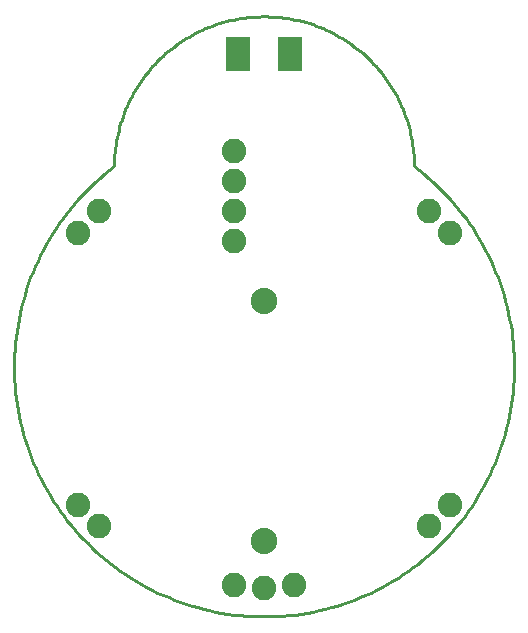
<source format=gbs>
G75*
%MOIN*%
%OFA0B0*%
%FSLAX25Y25*%
%IPPOS*%
%LPD*%
%AMOC8*
5,1,8,0,0,1.08239X$1,22.5*
%
%ADD10C,0.01000*%
%ADD11C,0.08800*%
%ADD12C,0.08200*%
%ADD13R,0.07887X0.11430*%
D10*
X0046800Y0151499D02*
X0045183Y0150255D01*
X0043596Y0148971D01*
X0042041Y0147649D01*
X0040519Y0146289D01*
X0039031Y0144893D01*
X0037578Y0143460D01*
X0036160Y0141992D01*
X0034778Y0140490D01*
X0033434Y0138955D01*
X0032128Y0137387D01*
X0030860Y0135787D01*
X0029632Y0134157D01*
X0028444Y0132497D01*
X0027298Y0130809D01*
X0026193Y0129093D01*
X0025130Y0127351D01*
X0024110Y0125583D01*
X0023134Y0123791D01*
X0022202Y0121975D01*
X0021315Y0120137D01*
X0020473Y0118278D01*
X0019677Y0116399D01*
X0018927Y0114501D01*
X0018224Y0112585D01*
X0017568Y0110652D01*
X0016959Y0108704D01*
X0016399Y0106742D01*
X0015886Y0104766D01*
X0015422Y0102779D01*
X0015007Y0100781D01*
X0014641Y0098773D01*
X0014324Y0096757D01*
X0014057Y0094734D01*
X0013840Y0092704D01*
X0013672Y0090670D01*
X0013554Y0088633D01*
X0013486Y0086593D01*
X0013467Y0084552D01*
X0013499Y0082512D01*
X0013581Y0080473D01*
X0013713Y0078436D01*
X0013894Y0076403D01*
X0014126Y0074376D01*
X0014407Y0072354D01*
X0014737Y0070340D01*
X0015116Y0068335D01*
X0015545Y0066339D01*
X0016022Y0064355D01*
X0016548Y0062383D01*
X0017122Y0060425D01*
X0017743Y0058481D01*
X0018412Y0056553D01*
X0019128Y0054642D01*
X0019891Y0052749D01*
X0020700Y0050875D01*
X0021554Y0049021D01*
X0022454Y0047189D01*
X0023398Y0045380D01*
X0024386Y0043594D01*
X0025418Y0041833D01*
X0026492Y0040098D01*
X0027609Y0038390D01*
X0028767Y0036710D01*
X0029966Y0035058D01*
X0031205Y0033436D01*
X0032483Y0031845D01*
X0033800Y0030286D01*
X0035155Y0028760D01*
X0036546Y0027267D01*
X0037974Y0025809D01*
X0039437Y0024386D01*
X0040934Y0022999D01*
X0042465Y0021650D01*
X0044029Y0020338D01*
X0045624Y0019065D01*
X0047250Y0017831D01*
X0048906Y0016638D01*
X0050590Y0015486D01*
X0052302Y0014375D01*
X0054041Y0013306D01*
X0055805Y0012281D01*
X0057594Y0011299D01*
X0059407Y0010361D01*
X0061242Y0009467D01*
X0063098Y0008619D01*
X0064975Y0007817D01*
X0066870Y0007060D01*
X0068784Y0006351D01*
X0070714Y0005688D01*
X0072660Y0005073D01*
X0074620Y0004506D01*
X0076594Y0003987D01*
X0078580Y0003516D01*
X0080577Y0003094D01*
X0082583Y0002722D01*
X0084599Y0002398D01*
X0086621Y0002124D01*
X0088649Y0001900D01*
X0090683Y0001725D01*
X0092720Y0001600D01*
X0094759Y0001525D01*
X0096800Y0001500D01*
X0098841Y0001525D01*
X0100880Y0001600D01*
X0102917Y0001725D01*
X0104951Y0001900D01*
X0106979Y0002124D01*
X0109001Y0002398D01*
X0111017Y0002722D01*
X0113023Y0003094D01*
X0115020Y0003516D01*
X0117006Y0003987D01*
X0118980Y0004506D01*
X0120940Y0005073D01*
X0122886Y0005688D01*
X0124816Y0006351D01*
X0126730Y0007060D01*
X0128625Y0007817D01*
X0130502Y0008619D01*
X0132358Y0009467D01*
X0134193Y0010361D01*
X0136006Y0011299D01*
X0137795Y0012281D01*
X0139559Y0013306D01*
X0141298Y0014375D01*
X0143010Y0015486D01*
X0144694Y0016638D01*
X0146350Y0017831D01*
X0147976Y0019065D01*
X0149571Y0020338D01*
X0151135Y0021650D01*
X0152666Y0022999D01*
X0154163Y0024386D01*
X0155626Y0025809D01*
X0157054Y0027267D01*
X0158445Y0028760D01*
X0159800Y0030286D01*
X0161117Y0031845D01*
X0162395Y0033436D01*
X0163634Y0035058D01*
X0164833Y0036710D01*
X0165991Y0038390D01*
X0167108Y0040098D01*
X0168182Y0041833D01*
X0169214Y0043594D01*
X0170202Y0045380D01*
X0171146Y0047189D01*
X0172046Y0049021D01*
X0172900Y0050875D01*
X0173709Y0052749D01*
X0174472Y0054642D01*
X0175188Y0056553D01*
X0175857Y0058481D01*
X0176478Y0060425D01*
X0177052Y0062383D01*
X0177578Y0064355D01*
X0178055Y0066339D01*
X0178484Y0068335D01*
X0178863Y0070340D01*
X0179193Y0072354D01*
X0179474Y0074376D01*
X0179706Y0076403D01*
X0179887Y0078436D01*
X0180019Y0080473D01*
X0180101Y0082512D01*
X0180133Y0084552D01*
X0180114Y0086593D01*
X0180046Y0088633D01*
X0179928Y0090670D01*
X0179760Y0092704D01*
X0179543Y0094734D01*
X0179276Y0096757D01*
X0178959Y0098773D01*
X0178593Y0100781D01*
X0178178Y0102779D01*
X0177714Y0104766D01*
X0177201Y0106742D01*
X0176641Y0108704D01*
X0176032Y0110652D01*
X0175376Y0112585D01*
X0174673Y0114501D01*
X0173923Y0116399D01*
X0173127Y0118278D01*
X0172285Y0120137D01*
X0171398Y0121975D01*
X0170466Y0123791D01*
X0169490Y0125583D01*
X0168470Y0127351D01*
X0167407Y0129093D01*
X0166302Y0130809D01*
X0165156Y0132497D01*
X0163968Y0134157D01*
X0162740Y0135787D01*
X0161472Y0137387D01*
X0160166Y0138955D01*
X0158822Y0140490D01*
X0157440Y0141992D01*
X0156022Y0143460D01*
X0154569Y0144893D01*
X0153081Y0146289D01*
X0151559Y0147649D01*
X0150004Y0148971D01*
X0148417Y0150255D01*
X0146800Y0151499D01*
X0146800Y0151500D02*
X0146785Y0152718D01*
X0146741Y0153934D01*
X0146667Y0155150D01*
X0146563Y0156363D01*
X0146430Y0157573D01*
X0146267Y0158780D01*
X0146075Y0159982D01*
X0145854Y0161180D01*
X0145604Y0162372D01*
X0145325Y0163557D01*
X0145017Y0164735D01*
X0144680Y0165905D01*
X0144315Y0167067D01*
X0143922Y0168219D01*
X0143501Y0169362D01*
X0143052Y0170493D01*
X0142576Y0171614D01*
X0142072Y0172723D01*
X0141542Y0173819D01*
X0140985Y0174902D01*
X0140402Y0175971D01*
X0139794Y0177025D01*
X0139159Y0178065D01*
X0138500Y0179088D01*
X0137816Y0180096D01*
X0137107Y0181086D01*
X0136375Y0182059D01*
X0135619Y0183013D01*
X0134840Y0183949D01*
X0134039Y0184866D01*
X0133215Y0185763D01*
X0132370Y0186639D01*
X0131504Y0187495D01*
X0130617Y0188330D01*
X0129710Y0189142D01*
X0128784Y0189932D01*
X0127838Y0190700D01*
X0126875Y0191444D01*
X0125893Y0192164D01*
X0124894Y0192861D01*
X0123879Y0193533D01*
X0122847Y0194180D01*
X0121800Y0194801D01*
X0120738Y0195397D01*
X0119662Y0195967D01*
X0118573Y0196511D01*
X0117470Y0197027D01*
X0116355Y0197517D01*
X0115229Y0197980D01*
X0114092Y0198415D01*
X0112944Y0198822D01*
X0111787Y0199201D01*
X0110621Y0199552D01*
X0109447Y0199874D01*
X0108265Y0200168D01*
X0107076Y0200433D01*
X0105882Y0200668D01*
X0104682Y0200875D01*
X0103477Y0201052D01*
X0102269Y0201200D01*
X0101057Y0201318D01*
X0099842Y0201407D01*
X0098626Y0201467D01*
X0097409Y0201496D01*
X0096191Y0201496D01*
X0094974Y0201467D01*
X0093758Y0201407D01*
X0092543Y0201318D01*
X0091331Y0201200D01*
X0090123Y0201052D01*
X0088918Y0200875D01*
X0087718Y0200668D01*
X0086524Y0200433D01*
X0085335Y0200168D01*
X0084153Y0199874D01*
X0082979Y0199552D01*
X0081813Y0199201D01*
X0080656Y0198822D01*
X0079508Y0198415D01*
X0078371Y0197980D01*
X0077245Y0197517D01*
X0076130Y0197027D01*
X0075027Y0196511D01*
X0073938Y0195967D01*
X0072862Y0195397D01*
X0071800Y0194801D01*
X0070753Y0194180D01*
X0069721Y0193533D01*
X0068706Y0192861D01*
X0067707Y0192164D01*
X0066725Y0191444D01*
X0065762Y0190700D01*
X0064816Y0189932D01*
X0063890Y0189142D01*
X0062983Y0188330D01*
X0062096Y0187495D01*
X0061230Y0186639D01*
X0060385Y0185763D01*
X0059561Y0184866D01*
X0058760Y0183949D01*
X0057981Y0183013D01*
X0057225Y0182059D01*
X0056493Y0181086D01*
X0055784Y0180096D01*
X0055100Y0179088D01*
X0054441Y0178065D01*
X0053806Y0177025D01*
X0053198Y0175971D01*
X0052615Y0174902D01*
X0052058Y0173819D01*
X0051528Y0172723D01*
X0051024Y0171614D01*
X0050548Y0170493D01*
X0050099Y0169362D01*
X0049678Y0168219D01*
X0049285Y0167067D01*
X0048920Y0165905D01*
X0048583Y0164735D01*
X0048275Y0163557D01*
X0047996Y0162372D01*
X0047746Y0161180D01*
X0047525Y0159982D01*
X0047333Y0158780D01*
X0047170Y0157573D01*
X0047037Y0156363D01*
X0046933Y0155150D01*
X0046859Y0153934D01*
X0046815Y0152718D01*
X0046800Y0151500D01*
D11*
X0096800Y0106500D03*
X0096800Y0026500D03*
D12*
X0034729Y0038571D03*
X0041800Y0031500D03*
X0086800Y0012000D03*
X0096800Y0011000D03*
X0106800Y0012000D03*
X0151800Y0031500D03*
X0158871Y0038571D03*
X0086800Y0126500D03*
X0086800Y0136500D03*
X0086800Y0146500D03*
X0086800Y0156500D03*
X0041800Y0136500D03*
X0034729Y0129429D03*
X0151800Y0136500D03*
X0158871Y0129429D03*
D13*
X0105461Y0189000D03*
X0088139Y0189000D03*
M02*

</source>
